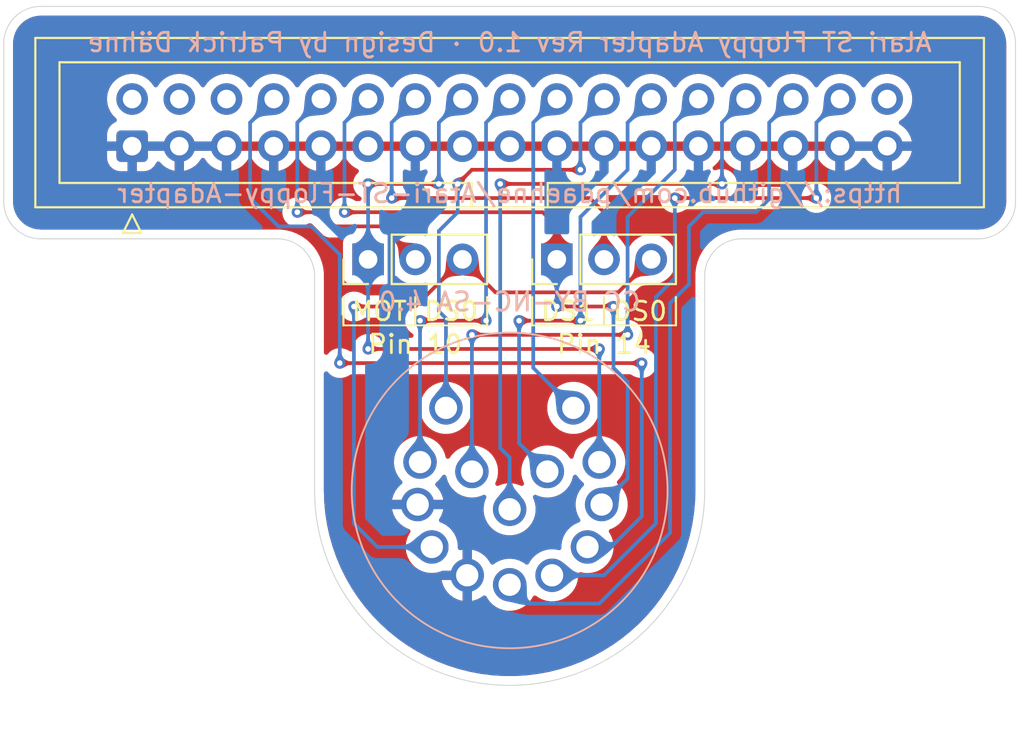
<source format=kicad_pcb>
(kicad_pcb (version 20241229) (generator "pcbnew") (generator_version "9.0")
  (title_block (title "Atari ST Floppy Adapter") (date "2025-07-11") (rev "1.0") (company "Patrick Dähne CC BY-NC-SA 4.0"))
  (layers (0 "F.Cu" signal) (2 "B.Cu" signal) (13 "F.Paste" user) (15 "B.Paste" user) (5 "F.SilkS" user "F.Silkscreen") (7 "B.SilkS" user "B.Silkscreen") (1 "F.Mask" user) (3 "B.Mask" user) (25 "Edge.Cuts" user))
  (net 0 "")
  (net 1 "/~{INDEX}")
  (net 2 "/~{WPROT}")
  (net 3 "GND")
  (net 4 "/~{WE}")
  (net 6 "/~{TRK0}")
  (net 8 "/~{SIDE}")
  (net 10 "/~{MOTENA}")
  (net 11 "/~{DIR}")
  (net 12 "/~{MOTENB}")
  (net 13 "/~{DSA}")
  (net 14 "/~{RD}")
  (net 15 "/~{WD}")
  (net 17 "/~{DSB}")
  (net 18 "/~{STEP}")
  (net 19 "Net-(J2-~{DS0})")
  (footprint "Connector_IDC:IDC-Header_2x17_P2.54mm_Vertical" (layer "F.Cu") (at 132.08 80.01 90)
    (property "Reference" "J1" (hide yes))
    (property "Value" "Floppy Connector" (hide yes))
    (fp_line (start 5.83 -5.21) (end 5.83 45.85) (stroke (width 0.12)) (layer "F.SilkS"))
    (fp_line (start -3.29 -5.21) (end 5.83 -5.21) (stroke (width 0.12)) (layer "F.SilkS"))
    (fp_line (start 4.52 -3.91) (end 4.52 44.55) (stroke (width 0.12)) (layer "F.SilkS"))
    (fp_line (start -1.98 -3.91) (end 4.52 -3.91) (stroke (width 0.12)) (layer "F.SilkS"))
    (fp_line (start -4.68 -0.5) (end -4.68 0.5) (stroke (width 0.12)) (layer "F.SilkS"))
    (fp_line (start -3.68 0) (end -4.68 -0.5) (stroke (width 0.12)) (layer "F.SilkS"))
    (fp_line (start -4.68 0.5) (end -3.68 0) (stroke (width 0.12)) (layer "F.SilkS"))
    (fp_line (start -1.98 18.27) (end -1.98 -3.91) (stroke (width 0.12)) (layer "F.SilkS"))
    (fp_line (start -3.29 18.27) (end -1.98 18.27) (stroke (width 0.12)) (layer "F.SilkS"))
    (fp_line (start -1.98 22.37) (end -1.98 22.37) (stroke (width 0.12)) (layer "F.SilkS"))
    (fp_line (start -1.98 22.37) (end -3.29 22.37) (stroke (width 0.12)) (layer "F.SilkS"))
    (fp_line (start 4.52 44.55) (end -1.98 44.55) (stroke (width 0.12)) (layer "F.SilkS"))
    (fp_line (start -1.98 44.55) (end -1.98 22.37) (stroke (width 0.12)) (layer "F.SilkS"))
    (fp_line (start 5.83 45.85) (end -3.29 45.85) (stroke (width 0.12)) (layer "F.SilkS"))
    (fp_line (start -3.29 45.85) (end -3.29 -5.21) (stroke (width 0.12)) (layer "F.SilkS"))
    (pad "1" thru_hole roundrect (at 0 0 90) (size 1.7 1.7) (drill 1) (layers "*.Cu" "*.Mask") (roundrect_rratio 0.147059) (net 3 "GND"))
    (pad "2" thru_hole oval (at 2.54 0 90) (size 1.7 1.7) (drill 1) (layers "*.Cu" "*.Mask"))
    (pad "3" thru_hole oval (at 0 2.54 90) (size 1.7 1.7) (drill 1) (layers "*.Cu" "*.Mask") (net 3 "GND"))
    (pad "4" thru_hole oval (at 2.54 2.54 90) (size 1.7 1.7) (drill 1) (layers "*.Cu" "*.Mask"))
    (pad "5" thru_hole oval (at 0 5.08 90) (size 1.7 1.7) (drill 1) (layers "*.Cu" "*.Mask") (net 3 "GND"))
    (pad "6" thru_hole oval (at 2.54 5.08 90) (size 1.7 1.7) (drill 1) (layers "*.Cu" "*.Mask"))
    (pad "7" thru_hole oval (at 0 7.62 90) (size 1.7 1.7) (drill 1) (layers "*.Cu" "*.Mask") (net 3 "GND"))
    (pad "8" thru_hole oval (at 2.54 7.62 90) (size 1.7 1.7) (drill 1) (layers "*.Cu" "*.Mask") (net 1 "/~{INDEX}"))
    (pad "9" thru_hole oval (at 0 10.16 90) (size 1.7 1.7) (drill 1) (layers "*.Cu" "*.Mask") (net 3 "GND"))
    (pad "10" thru_hole oval (at 2.54 10.16 90) (size 1.7 1.7) (drill 1) (layers "*.Cu" "*.Mask") (net 10 "/~{MOTENA}"))
    (pad "11" thru_hole oval (at 0 12.7 90) (size 1.7 1.7) (drill 1) (layers "*.Cu" "*.Mask") (net 3 "GND"))
    (pad "12" thru_hole oval (at 2.54 12.7 90) (size 1.7 1.7) (drill 1) (layers "*.Cu" "*.Mask") (net 17 "/~{DSB}"))
    (pad "13" thru_hole oval (at 0 15.24 90) (size 1.7 1.7) (drill 1) (layers "*.Cu" "*.Mask") (net 3 "GND"))
    (pad "14" thru_hole oval (at 2.54 15.24 90) (size 1.7 1.7) (drill 1) (layers "*.Cu" "*.Mask") (net 13 "/~{DSA}"))
    (pad "15" thru_hole oval (at 0 17.78 90) (size 1.7 1.7) (drill 1) (layers "*.Cu" "*.Mask") (net 3 "GND"))
    (pad "16" thru_hole oval (at 2.54 17.78 90) (size 1.7 1.7) (drill 1) (layers "*.Cu" "*.Mask") (net 12 "/~{MOTENB}"))
    (pad "17" thru_hole oval (at 0 20.32 90) (size 1.7 1.7) (drill 1) (layers "*.Cu" "*.Mask") (net 3 "GND"))
    (pad "18" thru_hole oval (at 2.54 20.32 90) (size 1.7 1.7) (drill 1) (layers "*.Cu" "*.Mask") (net 11 "/~{DIR}"))
    (pad "19" thru_hole oval (at 0 22.86 90) (size 1.7 1.7) (drill 1) (layers "*.Cu" "*.Mask") (net 3 "GND"))
    (pad "20" thru_hole oval (at 2.54 22.86 90) (size 1.7 1.7) (drill 1) (layers "*.Cu" "*.Mask") (net 18 "/~{STEP}"))
    (pad "21" thru_hole oval (at 0 25.4 90) (size 1.7 1.7) (drill 1) (layers "*.Cu" "*.Mask") (net 3 "GND"))
    (pad "22" thru_hole oval (at 2.54 25.4 90) (size 1.7 1.7) (drill 1) (layers "*.Cu" "*.Mask") (net 15 "/~{WD}"))
    (pad "23" thru_hole oval (at 0 27.94 90) (size 1.7 1.7) (drill 1) (layers "*.Cu" "*.Mask") (net 3 "GND"))
    (pad "24" thru_hole oval (at 2.54 27.94 90) (size 1.7 1.7) (drill 1) (layers "*.Cu" "*.Mask") (net 4 "/~{WE}"))
    (pad "25" thru_hole oval (at 0 30.48 90) (size 1.7 1.7) (drill 1) (layers "*.Cu" "*.Mask") (net 3 "GND"))
    (pad "26" thru_hole oval (at 2.54 30.48 90) (size 1.7 1.7) (drill 1) (layers "*.Cu" "*.Mask") (net 6 "/~{TRK0}"))
    (pad "27" thru_hole oval (at 0 33.02 90) (size 1.7 1.7) (drill 1) (layers "*.Cu" "*.Mask") (net 3 "GND"))
    (pad "28" thru_hole oval (at 2.54 33.02 90) (size 1.7 1.7) (drill 1) (layers "*.Cu" "*.Mask") (net 2 "/~{WPROT}"))
    (pad "29" thru_hole oval (at 0 35.56 90) (size 1.7 1.7) (drill 1) (layers "*.Cu" "*.Mask") (net 3 "GND"))
    (pad "30" thru_hole oval (at 2.54 35.56 90) (size 1.7 1.7) (drill 1) (layers "*.Cu" "*.Mask") (net 14 "/~{RD}"))
    (pad "31" thru_hole oval (at 0 38.1 90) (size 1.7 1.7) (drill 1) (layers "*.Cu" "*.Mask") (net 3 "GND"))
    (pad "32" thru_hole oval (at 2.54 38.1 90) (size 1.7 1.7) (drill 1) (layers "*.Cu" "*.Mask") (net 8 "/~{SIDE}"))
    (pad "33" thru_hole oval (at 0 40.64 90) (size 1.7 1.7) (drill 1) (layers "*.Cu" "*.Mask") (net 3 "GND"))
    (pad "34" thru_hole oval (at 2.54 40.64 90) (size 1.7 1.7) (drill 1) (layers "*.Cu" "*.Mask"))
  )
  (footprint "Connector_PinHeader_2.54mm:PinHeader_1x03_P2.54mm_Vertical" (layer "F.Cu") (at 144.78 86.106 90)
    (property "Reference" "J3" (hide yes))
    (property "Value" "Pin 10" (at -4.572 2.54 0) (layer "F.SilkS"))
    (fp_line (start -1.33 -1.33) (end 0 -1.33) (stroke (width 0.12)) (layer "F.SilkS"))
    (fp_line (start -1.33 0) (end -1.33 -1.33) (stroke (width 0.12)) (layer "F.SilkS"))
    (fp_line (start 1.33 1.27) (end 1.33 6.41) (stroke (width 0.12)) (layer "F.SilkS"))
    (fp_line (start -1.33 1.27) (end 1.33 1.27) (stroke (width 0.12)) (layer "F.SilkS"))
    (fp_line (start -1.33 1.27) (end -1.33 6.41) (stroke (width 0.12)) (layer "F.SilkS"))
    (fp_line (start -1.33 6.41) (end 1.33 6.41) (stroke (width 0.12)) (layer "F.SilkS"))
    (pad "1" thru_hole rect (at 0 0 90) (size 1.7 1.7) (drill 1) (layers "*.Cu" "*.Mask") (net 12 "/~{MOTENB}"))
    (pad "2" thru_hole oval (at 0 2.54 90) (size 1.7 1.7) (drill 1) (layers "*.Cu" "*.Mask") (net 10 "/~{MOTENA}"))
    (pad "3" thru_hole oval (at 0 5.08 90) (size 1.7 1.7) (drill 1) (layers "*.Cu" "*.Mask") (net 19 "Net-(J2-~{DS0})"))
  )
  (footprint "Connector_PinHeader_2.54mm:PinHeader_1x03_P2.54mm_Vertical" (layer "F.Cu") (at 154.94 86.106 90)
    (property "Reference" "J4" (hide yes))
    (property "Value" "Pin 14" (at -4.572 2.54 0) (layer "F.SilkS"))
    (fp_line (start -1.33 -1.33) (end 0 -1.33) (stroke (width 0.12)) (layer "F.SilkS"))
    (fp_line (start -1.33 0) (end -1.33 -1.33) (stroke (width 0.12)) (layer "F.SilkS"))
    (fp_line (start 1.33 1.27) (end 1.33 6.41) (stroke (width 0.12)) (layer "F.SilkS"))
    (fp_line (start -1.33 1.27) (end 1.33 1.27) (stroke (width 0.12)) (layer "F.SilkS"))
    (fp_line (start -1.33 1.27) (end -1.33 6.41) (stroke (width 0.12)) (layer "F.SilkS"))
    (fp_line (start -1.33 6.41) (end 1.33 6.41) (stroke (width 0.12)) (layer "F.SilkS"))
    (pad "1" thru_hole rect (at 0 0 90) (size 1.7 1.7) (drill 1) (layers "*.Cu" "*.Mask") (net 17 "/~{DSB}"))
    (pad "2" thru_hole oval (at 0 2.54 90) (size 1.7 1.7) (drill 1) (layers "*.Cu" "*.Mask") (net 13 "/~{DSA}"))
    (pad "3" thru_hole oval (at 0 5.08 90) (size 1.7 1.7) (drill 1) (layers "*.Cu" "*.Mask") (net 19 "Net-(J2-~{DS0})"))
  )
  (footprint "Atari:Floppy Connector" (layer "B.Cu") (at 152.4 103.632 180)
    (property "Reference" "J2" (hide yes))
    (property "Value" "~" (hide yes))
    (fp_circle (center 0 5.08) (end 8.5 5.08) (stroke (width 0.1)) (fill no) (layer "B.SilkS"))
    (pad "1" thru_hole oval (at 0 0 180) (size 1.8 1.8) (drill 1.2) (layers "*.Cu" "*.Mask") (net 14 "/~{RD}"))
    (pad "2" thru_hole oval (at -2.284 0.51 180) (size 1.8 1.8) (drill 1.2) (layers "*.Cu" "*.Mask") (net 8 "/~{SIDE}"))
    (pad "3" thru_hole oval (at 2.284 0.51 180) (size 1.8 1.8) (drill 1.2) (layers "*.Cu" "*.Mask") (net 3 "GND"))
    (pad "4" thru_hole oval (at -4.189 2.034 180) (size 1.8 1.8) (drill 1.2) (layers "*.Cu" "*.Mask") (net 1 "/~{INDEX}"))
    (pad "5" thru_hole oval (at 4.189 2.034 180) (size 1.8 1.8) (drill 1.2) (layers "*.Cu" "*.Mask") (net 19 "Net-(J2-~{DS0})"))
    (pad "6" thru_hole oval (at -4.951 4.32 180) (size 1.8 1.8) (drill 1.2) (layers "*.Cu" "*.Mask") (net 17 "/~{DSB}"))
    (pad "7" thru_hole oval (at 4.951 4.32 180) (size 1.8 1.8) (drill 1.2) (layers "*.Cu" "*.Mask") (net 3 "GND"))
    (pad "8" thru_hole oval (at -4.824 6.606 180) (size 1.8 1.8) (drill 1.2) (layers "*.Cu" "*.Mask") (net 12 "/~{MOTENB}"))
    (pad "9" thru_hole oval (at 4.824 6.606 180) (size 1.8 1.8) (drill 1.2) (layers "*.Cu" "*.Mask") (net 11 "/~{DIR}"))
    (pad "10" thru_hole oval (at -3.427 9.527 90) (size 1.8 1.8) (drill 1.2) (layers "*.Cu" "*.Mask") (net 18 "/~{STEP}"))
    (pad "11" thru_hole oval (at 3.427 9.527 180) (size 1.8 1.8) (drill 1.2) (layers "*.Cu" "*.Mask") (net 15 "/~{WD}"))
    (pad "12" thru_hole oval (at -2.03 6.098 180) (size 1.8 1.8) (drill 1.2) (layers "*.Cu" "*.Mask") (net 4 "/~{WE}"))
    (pad "13" thru_hole oval (at 2.03 6.098 180) (size 1.8 1.8) (drill 1.2) (layers "*.Cu" "*.Mask") (net 6 "/~{TRK0}"))
    (pad "14" thru_hole oval (at 0 4.064 180) (size 1.8 1.8) (drill 1.2) (layers "*.Cu" "*.Mask") (net 2 "/~{WPROT}"))
  )
  (gr_line (start 153.61 88.138) (end 153.61 89.662) (stroke (width 0.12)) (layer "F.SilkS"))
  (gr_line (start 161.35 89.662) (end 153.61 89.662) (stroke (width 0.1)) (layer "F.SilkS"))
  (gr_line (start 157.48 88.138) (end 157.48 89.662) (stroke (width 0.12)) (layer "F.SilkS"))
  (gr_line (start 147.32 88.138) (end 147.32 89.662) (stroke (width 0.12)) (layer "F.SilkS"))
  (gr_line (start 143.45 88.138) (end 143.45 89.662) (stroke (width 0.12)) (layer "F.SilkS"))
  (gr_line (start 151.19 88.138) (end 151.19 89.662) (stroke (width 0.12)) (layer "F.SilkS"))
  (gr_line (start 161.35 88.138) (end 161.35 89.662) (stroke (width 0.12)) (layer "F.SilkS"))
  (gr_line (start 151.19 89.662) (end 143.45 89.662) (stroke (width 0.1)) (layer "F.SilkS"))
  (gr_arc (start 162.9 87) (mid 163.485786 85.585786) (end 164.9 85) (stroke (width 0.05)) (layer "Edge.Cuts"))
  (gr_arc (start 162.9 98.552) (mid 152.4 109.052) (end 141.9 98.552) (stroke (width 0.05)) (layer "Edge.Cuts"))
  (gr_arc (start 125.17 74.48) (mid 125.755786 73.065786) (end 127.17 72.48) (stroke (width 0.05)) (layer "Edge.Cuts"))
  (gr_arc (start 177.63 72.48) (mid 179.044214 73.065786) (end 179.63 74.48) (stroke (width 0.05)) (layer "Edge.Cuts"))
  (gr_arc (start 179.63 83) (mid 179.044214 84.414214) (end 177.63 85) (stroke (width 0.05)) (layer "Edge.Cuts"))
  (gr_line (start 139.9 85) (end 127.17 85) (stroke (width 0.05)) (layer "Edge.Cuts"))
  (gr_line (start 125.17 74.48) (end 125.17 83) (stroke (width 0.05)) (layer "Edge.Cuts"))
  (gr_line (start 141.9 98.552) (end 141.9 87) (stroke (width 0.05)) (layer "Edge.Cuts"))
  (gr_line (start 179.63 74.48) (end 179.63 83) (stroke (width 0.05)) (layer "Edge.Cuts"))
  (gr_line (start 127.17 72.48) (end 177.63 72.48) (stroke (width 0.05)) (layer "Edge.Cuts"))
  (gr_arc (start 127.17 85) (mid 125.755786 84.414214) (end 125.17 83) (stroke (width 0.05)) (layer "Edge.Cuts"))
  (gr_line (start 164.9 85) (end 177.63 85) (stroke (width 0.05)) (layer "Edge.Cuts"))
  (gr_line (start 162.9 98.552) (end 162.9 87) (stroke (width 0.05)) (layer "Edge.Cuts"))
  (gr_arc (start 139.9 85) (mid 141.314214 85.585786) (end 141.9 87) (stroke (width 0.05)) (layer "Edge.Cuts"))
  (gr_text "DS0" (at 159.415 88.9 0) (layer "F.SilkS") (effects (font (size 1 1))))
  (gr_text "MOT" (at 145.385 88.9 0) (layer "F.SilkS") (effects (font (size 1 1))))
  (gr_text "DS0" (at 149.255 88.9 0) (layer "F.SilkS") (effects (font (size 1 1))))
  (gr_text "DS1" (at 155.545 88.9 0) (layer "F.SilkS") (effects (font (size 1 1))))
  (gr_text "https://github.com/pdaehne/Atari-ST-Floppy-Adapter" (at 152.4 82.55 0) (layer "B.SilkS") (effects (font (size 1 1)) (justify mirror)))
  (gr_text "CC BY-NC-SA 4.0" (at 152.4 88.392 0) (layer "B.SilkS") (effects (font (size 1 1)) (justify mirror)))
  (gr_text "Atari ST Floppy Adapter Rev 1.0 · Design by Patrick Dähne" (at 152.4 74.422 0) (layer "B.SilkS") (effects (font (size 1 1)) (justify mirror)))
  (segment (start 143.256 91.694) (end 159.512 91.694) (width 0.2) (layer "F.Cu") (net 1))
  (via (at 143.256 91.694) (size 0.6) (drill 0.3) (layers "F.Cu" "B.Cu") (net 1))
  (via (at 159.512 91.694) (size 0.6) (drill 0.3) (layers "F.Cu" "B.Cu") (net 1))
  (segment (start 138.43 82.804) (end 138.43 78.74) (width 0.2) (layer "B.Cu") (net 1))
  (segment (start 138.43 78.74) (end 139.7 77.47) (width 0.2) (layer "B.Cu") (net 1))
  (segment (start 159.512 99.947792) (end 157.861792 101.598) (width 0.2) (layer "B.Cu") (net 1))
  (segment (start 141.732 84.328) (end 139.954 84.328) (width 0.2) (layer "B.Cu") (net 1))
  (segment (start 143.256 91.694) (end 143.256 85.852) (width 0.2) (layer "B.Cu") (net 1))
  (segment (start 143.256 85.852) (end 141.732 84.328) (width 0.2) (layer "B.Cu") (net 1))
  (segment (start 159.512 91.694) (end 159.512 99.947792) (width 0.2) (layer "B.Cu") (net 1))
  (segment (start 139.954 84.328) (end 138.43 82.804) (width 0.2) (layer "B.Cu") (net 1))
  (segment (start 157.861792 101.598) (end 156.589 101.598) (width 0.2) (layer "B.Cu") (net 1))
  (segment (start 163.83 82.042) (end 151.892 82.042) (width 0.2) (layer "F.Cu") (net 2))
  (via (at 151.892 82.042) (size 0.6) (drill 0.3) (layers "F.Cu" "B.Cu") (net 2))
  (via (at 163.83 82.042) (size 0.6) (drill 0.3) (layers "F.Cu" "B.Cu") (net 2))
  (segment (start 163.83 78.74) (end 165.1 77.47) (width 0.2) (layer "B.Cu") (net 2))
  (segment (start 151.892 82.042) (end 151.892 96.266) (width 0.2) (layer "B.Cu") (net 2))
  (segment (start 163.83 82.042) (end 163.83 78.74) (width 0.2) (layer "B.Cu") (net 2))
  (segment (start 152.4 96.774) (end 152.4 99.568) (width 0.2) (layer "B.Cu") (net 2))
  (segment (start 151.892 96.266) (end 152.4 96.774) (width 0.2) (layer "B.Cu") (net 2))
  (segment (start 172.72 80.01) (end 132.08 80.01) (width 0.4) (layer "F.Cu") (net 3))
  (segment (start 147.32 83.312) (end 147.32 80.01) (width 0.4) (layer "B.Cu") (net 3))
  (segment (start 146.031 92.729) (end 146.031 84.601) (width 0.4) (layer "B.Cu") (net 3))
  (segment (start 150.116 100.332) (end 149.096 99.312) (width 0.4) (layer "B.Cu") (net 3))
  (segment (start 145.794 99.312) (end 145.034 98.552) (width 0.4) (layer "B.Cu") (net 3))
  (segment (start 149.096 99.312) (end 147.449 99.312) (width 0.4) (layer "B.Cu") (net 3))
  (segment (start 145.034 98.552) (end 145.034 93.726) (width 0.4) (layer "B.Cu") (net 3))
  (segment (start 150.116 103.122) (end 150.116 100.332) (width 0.4) (layer "B.Cu") (net 3))
  (segment (start 147.449 99.312) (end 145.794 99.312) (width 0.4) (layer "B.Cu") (net 3))
  (segment (start 145.034 93.726) (end 146.031 92.729) (width 0.4) (layer "B.Cu") (net 3))
  (segment (start 146.031 84.601) (end 147.32 83.312) (width 0.4) (layer "B.Cu") (net 3))
  (segment (start 156.21 89.408) (end 152.908 89.408) (width 0.2) (layer "F.Cu") (net 4))
  (via (at 152.908 89.408) (size 0.6) (drill 0.3) (layers "F.Cu" "B.Cu") (net 4))
  (via (at 156.21 89.408) (size 0.6) (drill 0.3) (layers "F.Cu" "B.Cu") (net 4))
  (segment (start 156.21 83.82) (end 158.75 81.28) (width 0.2) (layer "B.Cu") (net 4))
  (segment (start 158.75 81.28) (end 158.75 78.74) (width 0.2) (layer "B.Cu") (net 4))
  (segment (start 152.908 96.012) (end 154.43 97.534) (width 0.2) (layer "B.Cu") (net 4))
  (segment (start 152.908 89.408) (end 152.908 96.012) (width 0.2) (layer "B.Cu") (net 4))
  (segment (start 158.75 78.74) (end 160.02 77.47) (width 0.2) (layer "B.Cu") (net 4))
  (segment (start 156.21 89.408) (end 156.21 83.82) (width 0.2) (layer "B.Cu") (net 4))
  (segment (start 158.75 90.17) (end 150.37 90.17) (width 0.2) (layer "F.Cu") (net 6))
  (via (at 150.37 90.17) (size 0.6) (drill 0.3) (layers "F.Cu" "B.Cu") (net 6))
  (via (at 158.75 90.17) (size 0.6) (drill 0.3) (layers "F.Cu" "B.Cu") (net 6))
  (segment (start 158.75 83.82) (end 161.29 81.28) (width 0.2) (layer "B.Cu") (net 6))
  (segment (start 161.29 81.28) (end 161.29 78.74) (width 0.2) (layer "B.Cu") (net 6))
  (segment (start 158.75 90.17) (end 158.75 83.82) (width 0.2) (layer "B.Cu") (net 6))
  (segment (start 161.29 78.74) (end 162.56 77.47) (width 0.2) (layer "B.Cu") (net 6))
  (segment (start 150.37 90.17) (end 150.37 97.534) (width 0.2) (layer "B.Cu") (net 6))
  (segment (start 168.91 82.804) (end 161.29 82.804) (width 0.2) (layer "F.Cu") (net 8))
  (via (at 161.29 82.804) (size 0.6) (drill 0.3) (layers "F.Cu" "B.Cu") (net 8))
  (via (at 168.91 82.804) (size 0.6) (drill 0.3) (layers "F.Cu" "B.Cu") (net 8))
  (segment (start 154.684 103.122) (end 157.482 103.122) (width 0.2) (layer "B.Cu") (net 8))
  (segment (start 157.482 103.122) (end 160.274 100.33) (width 0.2) (layer "B.Cu") (net 8))
  (segment (start 161.29 87.122) (end 161.29 82.804) (width 0.2) (layer "B.Cu") (net 8))
  (segment (start 160.274 100.33) (end 160.274 88.138) (width 0.2) (layer "B.Cu") (net 8))
  (segment (start 170.18 77.47) (end 168.91 78.74) (width 0.2) (layer "B.Cu") (net 8))
  (segment (start 160.274 88.138) (end 161.29 87.122) (width 0.2) (layer "B.Cu") (net 8))
  (segment (start 168.91 78.74) (end 168.91 82.804) (width 0.2) (layer "B.Cu") (net 8))
  (segment (start 140.97 83.566) (end 141.986 83.566) (width 0.2) (layer "F.Cu") (net 10))
  (segment (start 142.748 84.328) (end 145.542 84.328) (width 0.2) (layer "F.Cu") (net 10))
  (segment (start 145.542 84.328) (end 147.32 86.106) (width 0.2) (layer "F.Cu") (net 10))
  (segment (start 141.986 83.566) (end 142.748 84.328) (width 0.2) (layer "F.Cu") (net 10))
  (via (at 140.97 83.566) (size 0.6) (drill 0.3) (layers "F.Cu" "B.Cu") (net 10))
  (segment (start 142.24 77.47) (end 140.97 78.74) (width 0.2) (layer "B.Cu") (net 10))
  (segment (start 140.97 78.74) (end 140.97 83.566) (width 0.2) (layer "B.Cu") (net 10))
  (segment (start 147.576 89.408) (end 151.13 89.408) (width 0.2) (layer "F.Cu") (net 11))
  (via (at 151.13 89.408) (size 0.6) (drill 0.3) (layers "F.Cu" "B.Cu") (net 11))
  (via (at 147.576 89.408) (size 0.6) (drill 0.3) (layers "F.Cu" "B.Cu") (net 11))
  (segment (start 147.576 89.408) (end 147.576 97.026) (width 0.2) (layer "B.Cu") (net 11))
  (segment (start 151.13 78.74) (end 152.4 77.47) (width 0.2) (layer "B.Cu") (net 11))
  (segment (start 151.13 89.408) (end 151.13 78.74) (width 0.2) (layer "B.Cu") (net 11))
  (segment (start 148.59 82.042) (end 144.78 82.042) (width 0.2) (layer "F.Cu") (net 12))
  (segment (start 157.224 90.932) (end 144.78 90.932) (width 0.2) (layer "F.Cu") (net 12))
  (via (at 157.224 90.932) (size 0.6) (drill 0.3) (layers "F.Cu" "B.Cu") (net 12))
  (via (at 148.59 82.042) (size 0.6) (drill 0.3) (layers "F.Cu" "B.Cu") (net 12))
  (via (at 144.78 82.042) (size 0.6) (drill 0.3) (layers "F.Cu" "B.Cu") (net 12))
  (via (at 144.78 90.932) (size 0.6) (drill 0.3) (layers "F.Cu" "B.Cu") (net 12))
  (segment (start 148.59 78.74) (end 148.59 82.042) (width 0.2) (layer "B.Cu") (net 12))
  (segment (start 144.78 82.042) (end 144.78 86.106) (width 0.2) (layer "B.Cu") (net 12))
  (segment (start 144.78 86.106) (end 144.78 90.932) (width 0.2) (layer "B.Cu") (net 12))
  (segment (start 157.224 90.932) (end 157.224 97.026) (width 0.2) (layer "B.Cu") (net 12))
  (segment (start 149.86 77.47) (end 148.59 78.74) (width 0.2) (layer "B.Cu") (net 12))
  (segment (start 156.718 82.804) (end 157.48 83.566) (width 0.2) (layer "F.Cu") (net 13))
  (segment (start 146.05 82.804) (end 156.718 82.804) (width 0.2) (layer "F.Cu") (net 13))
  (segment (start 157.48 83.566) (end 157.48 86.106) (width 0.2) (layer "F.Cu") (net 13))
  (via (at 146.05 82.804) (size 0.6) (drill 0.3) (layers "F.Cu" "B.Cu") (net 13))
  (segment (start 146.05 82.804) (end 146.05 78.74) (width 0.2) (layer "B.Cu") (net 13))
  (segment (start 146.05 78.74) (end 147.32 77.47) (width 0.2) (layer "B.Cu") (net 13))
  (segment (start 166.37 82.857819) (end 166.37 78.74) (width 0.2) (layer "B.Cu") (net 14))
  (segment (start 162.814 83.566) (end 165.661819 83.566) (width 0.2) (layer "B.Cu") (net 14))
  (segment (start 161.036 88.460498) (end 162.052 87.444498) (width 0.2) (layer "B.Cu") (net 14))
  (segment (start 162.052 87.444498) (end 162.052 84.328) (width 0.2) (layer "B.Cu") (net 14))
  (segment (start 152.4 103.632) (end 153.416 104.648) (width 0.2) (layer "B.Cu") (net 14))
  (segment (start 162.052 84.328) (end 162.814 83.566) (width 0.2) (layer "B.Cu") (net 14))
  (segment (start 166.37 78.74) (end 167.64 77.47) (width 0.2) (layer "B.Cu") (net 14))
  (segment (start 153.416 104.648) (end 157.226 104.648) (width 0.2) (layer "B.Cu") (net 14))
  (segment (start 165.661819 83.566) (end 166.37 82.857819) (width 0.2) (layer "B.Cu") (net 14))
  (segment (start 157.226 104.648) (end 161.036 100.838) (width 0.2) (layer "B.Cu") (net 14))
  (segment (start 161.036 100.838) (end 161.036 88.460498) (width 0.2) (layer "B.Cu") (net 14))
  (segment (start 150.368 81.28) (end 156.21 81.28) (width 0.2) (layer "F.Cu") (net 15))
  (segment (start 149.606 82.042) (end 150.368 81.28) (width 0.2) (layer "F.Cu") (net 15))
  (via (at 149.606 82.042) (size 0.6) (drill 0.3) (layers "F.Cu" "B.Cu") (net 15))
  (via (at 156.21 81.28) (size 0.6) (drill 0.3) (layers "F.Cu" "B.Cu") (net 15))
  (segment (start 149.606 82.042) (end 149.606 83.566) (width 0.2) (layer "B.Cu") (net 15))
  (segment (start 148.59 88.9) (end 148.973 89.283) (width 0.2) (layer "B.Cu") (net 15))
  (segment (start 156.21 78.74) (end 157.48 77.47) (width 0.2) (layer "B.Cu") (net 15))
  (segment (start 156.21 81.28) (end 156.21 78.74) (width 0.2) (layer "B.Cu") (net 15))
  (segment (start 149.606 83.566) (end 148.59 84.582) (width 0.2) (layer "B.Cu") (net 15))
  (segment (start 148.973 89.283) (end 148.973 94.105) (width 0.2) (layer "B.Cu") (net 15))
  (segment (start 148.59 84.582) (end 148.59 88.9) (width 0.2) (layer "B.Cu") (net 15))
  (segment (start 154.178 83.566) (end 154.94 84.328) (width 0.2) (layer "F.Cu") (net 17))
  (segment (start 154.94 84.328) (end 154.94 86.106) (width 0.2) (layer "F.Cu") (net 17))
  (segment (start 143.51 83.566) (end 154.178 83.566) (width 0.2) (layer "F.Cu") (net 17))
  (segment (start 157.988 88.646) (end 154.94 88.646) (width 0.2) (layer "F.Cu") (net 17))
  (via (at 143.51 83.566) (size 0.6) (drill 0.3) (layers "F.Cu" "B.Cu") (net 17))
  (via (at 154.94 88.646) (size 0.6) (drill 0.3) (layers "F.Cu" "B.Cu") (net 17))
  (via (at 157.988 88.646) (size 0.6) (drill 0.3) (layers "F.Cu" "B.Cu") (net 17))
  (segment (start 143.51 83.566) (end 143.51 78.74) (width 0.2) (layer "B.Cu") (net 17))
  (segment (start 157.988 91.948) (end 158.75 92.71) (width 0.2) (layer "B.Cu") (net 17))
  (segment (start 158.75 92.71) (end 158.75 97.913) (width 0.2) (layer "B.Cu") (net 17))
  (segment (start 154.94 86.106) (end 154.94 88.646) (width 0.2) (layer "B.Cu") (net 17))
  (segment (start 143.51 78.74) (end 144.78 77.47) (width 0.2) (layer "B.Cu") (net 17))
  (segment (start 158.75 97.913) (end 157.351 99.312) (width 0.2) (layer "B.Cu") (net 17))
  (segment (start 157.988 88.646) (end 157.988 91.948) (width 0.2) (layer "B.Cu") (net 17))
  (segment (start 153.67 78.74) (end 154.94 77.47) (width 0.2) (layer "B.Cu") (net 18))
  (segment (start 155.827 94.105) (end 153.67 91.948) (width 0.2) (layer "B.Cu") (net 18))
  (segment (start 153.67 91.948) (end 153.67 78.74) (width 0.2) (layer "B.Cu") (net 18))
  (segment (start 144.018 88.646) (end 147.32 88.646) (width 0.2) (layer "F.Cu") (net 19))
  (segment (start 158.242 87.884) (end 151.638 87.884) (width 0.2) (layer "F.Cu") (net 19))
  (segment (start 147.32 88.646) (end 149.86 86.106) (width 0.2) (layer "F.Cu") (net 19))
  (segment (start 160.02 86.106) (end 158.242 87.884) (width 0.2) (layer "F.Cu") (net 19))
  (segment (start 151.638 87.884) (end 149.86 86.106) (width 0.2) (layer "F.Cu") (net 19))
  (via (at 144.018 88.646) (size 0.6) (drill 0.3) (layers "F.Cu" "B.Cu") (net 19))
  (segment (start 144.018 100.33) (end 145.286 101.598) (width 0.2) (layer "B.Cu") (net 19))
  (segment (start 145.286 101.598) (end 148.211 101.598) (width 0.2) (layer "B.Cu") (net 19))
  (segment (start 144.018 88.646) (end 144.018 100.33) (width 0.2) (layer "B.Cu") (net 19))
  (zone (net 3) (net_name "GND") (layers "F.Cu" "B.Cu") (connect_pads (clearance 0.5)) (min_thickness 0.25) (fill yes (thermal_gap 0.5) (thermal_bridge_width 0.5))
    (polygon (pts (xy 124.968 72.136) (xy 124.968 109.474) (xy 180.086 109.474) (xy 180.086 72.136)))
  )
)
</source>
